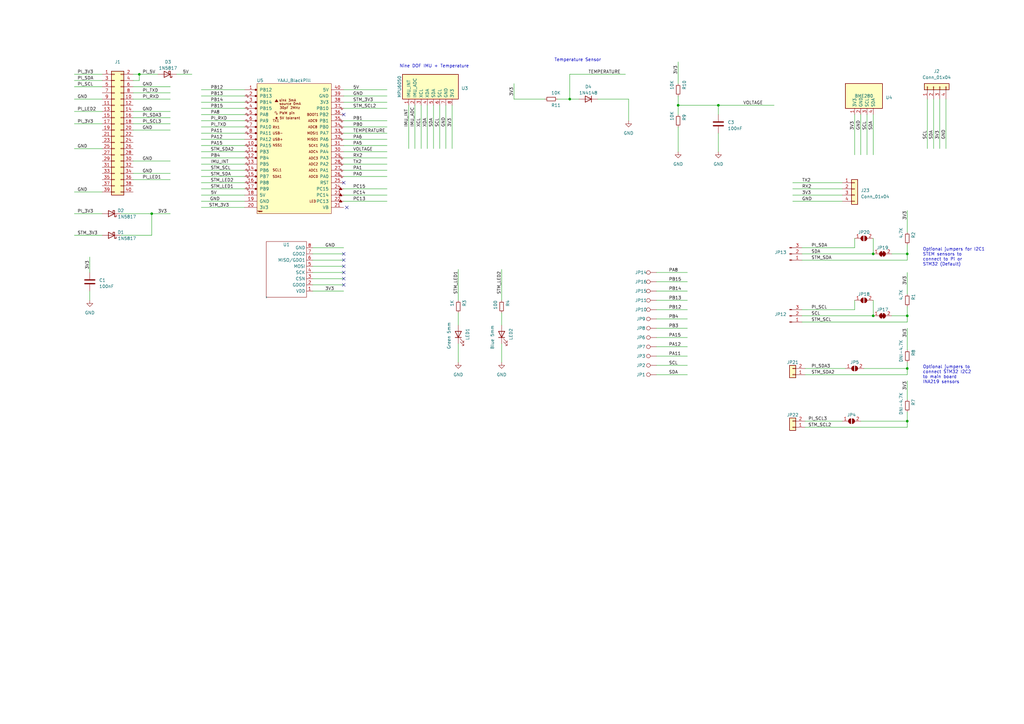
<source format=kicad_sch>
(kicad_sch (version 20230121) (generator eeschema)
  (paper "A3")
  (title_block (title "STEM Board") (date "2023-04-02") (rev "1.0") (company "NTUT"))
  (lib_symbols
    (symbol "AMSAT:CC1101"
      (property "Reference" "U" (at 1.27 1.27 0))
      (symbol "CC1101_1_1"
        (pin power_in line (at 2.54 -19.05 90) (length 2.54) (name "VDD") (number "1"))
        (pin output line (at 5.08 -19.05 90) (length 2.54) (name "GDO0") (number "2"))
        (pin input line (at 7.62 -19.05 90) (length 2.54) (name "CSN") (number "3"))
        (pin input line (at 10.16 -19.05 90) (length 2.54) (name "SCK") (number "4"))
        (pin input line (at 12.7 -19.05 90) (length 2.54) (name "MOSI") (number "5"))
        (pin output line (at 15.24 -19.05 90) (length 2.54) (name "MISO/GDO1") (number "6"))
        (pin output line (at 17.78 -19.05 90) (length 2.54) (name "GDO2") (number "7"))
        (pin power_in line (at 20.32 -19.05 90) (length 2.54) (name "GND") (number "8"))
      )
    )
    (symbol "Connector:Conn_01x03_Pin" (pin_names (offset 1.016) hide)
      (property "Reference" "J" (at 0 5.08 0))
      (property "Value" "Conn_01x03_Pin" (at 0 -5.08 0))
      (symbol "Conn_01x03_Pin_1_1"
        (pin passive line (at 5.08 2.54 180) (length 3.81) (name "Pin_1") (number "1"))
        (pin passive line (at 5.08 0 180) (length 3.81) (name "Pin_2") (number "2"))
        (pin passive line (at 5.08 -2.54 180) (length 3.81) (name "Pin_3") (number "3"))
      )
    )
    (symbol "Connector:TestPoint" (pin_numbers hide) (pin_names (offset 0.762) hide)
      (property "Reference" "TP" (at 0 6.858 0))
      (property "Value" "TestPoint" (at 0 5.08 0))
      (symbol "TestPoint_1_1"
        (pin passive line (at 0 0 90) (length 2.54) (name "1") (number "1"))
      )
    )
    (symbol "Connector_Generic:Conn_01x02" (pin_names (offset 1.016) hide)
      (property "Reference" "J" (at 0 2.54 0))
      (property "Value" "Conn_01x02" (at 0 -5.08 0))
      (symbol "Conn_01x02_1_1"
        (pin passive line (at -5.08 0 0) (length 3.81) (name "Pin_1") (number "1"))
        (pin passive line (at -5.08 -2.54 0) (length 3.81) (name "Pin_2") (number "2"))
      )
    )
    (symbol "Connector_Generic:Conn_01x04" (pin_names (offset 1.016) hide)
      (property "Reference" "J" (at 0 5.08 0))
      (property "Value" "Conn_01x04" (at 0 -7.62 0))
      (symbol "Conn_01x04_1_1"
        (pin passive line (at -5.08 2.54 0) (length 3.81) (name "Pin_1") (number "1"))
        (pin passive line (at -5.08 0 0) (length 3.81) (name "Pin_2") (number "2"))
        (pin passive line (at -5.08 -2.54 0) (length 3.81) (name "Pin_3") (number "3"))
        (pin passive line (at -5.08 -5.08 0) (length 3.81) (name "Pin_4") (number "4"))
      )
    )
    (symbol "Connector_Generic:Conn_02x20_Odd_Even" (pin_names (offset 1.016) hide)
      (property "Reference" "J" (at 1.27 25.4 0))
      (property "Value" "Conn_02x20_Odd_Even" (at 1.27 -27.94 0))
      (symbol "Conn_02x20_Odd_Even_1_1"
        (pin passive line (at -5.08 22.86 0) (length 3.81) (name "Pin_1") (number "1"))
        (pin passive line (at 7.62 12.7 180) (length 3.81) (name "Pin_10") (number "10"))
        (pin passive line (at -5.08 10.16 0) (length 3.81) (name "Pin_11") (number "11"))
        (pin passive line (at 7.62 10.16 180) (length 3.81) (name "Pin_12") (number "12"))
        (pin passive line (at -5.08 7.62 0) (length 3.81) (name "Pin_13") (number "13"))
        (pin passive line (at 7.62 7.62 180) (length 3.81) (name "Pin_14") (number "14"))
        (pin passive line (at -5.08 5.08 0) (length 3.81) (name "Pin_15") (number "15"))
        (pin passive line (at 7.62 5.08 180) (length 3.81) (name "Pin_16") (number "16"))
        (pin passive line (at -5.08 2.54 0) (length 3.81) (name "Pin_17") (number "17"))
        (pin passive line (at 7.62 2.54 180) (length 3.81) (name "Pin_18") (number "18"))
        (pin passive line (at -5.08 0 0) (length 3.81) (name "Pin_19") (number "19"))
        (pin passive line (at 7.62 22.86 180) (length 3.81) (name "Pin_2") (number "2"))
        (pin passive line (at 7.62 0 180) (length 3.81) (name "Pin_20") (number "20"))
        (pin passive line (at -5.08 -2.54 0) (length 3.81) (name "Pin_21") (number "21"))
        (pin passive line (at 7.62 -2.54 180) (length 3.81) (name "Pin_22") (number "22"))
        (pin passive line (at -5.08 -5.08 0) (length 3.81) (name "Pin_23") (number "23"))
        (pin passive line (at 7.62 -5.08 180) (length 3.81) (name "Pin_24") (number "24"))
        (pin passive line (at -5.08 -7.62 0) (length 3.81) (name "Pin_25") (number "25"))
        (pin passive line (at 7.62 -7.62 180) (length 3.81) (name "Pin_26") (number "26"))
        (pin passive line (at -5.08 -10.16 0) (length 3.81) (name "Pin_27") (number "27"))
        (pin passive line (at 7.62 -10.16 180) (length 3.81) (name "Pin_28") (number "28"))
        (pin passive line (at -5.08 -12.7 0) (length 3.81) (name "Pin_29") (number "29"))
        (pin passive line (at -5.08 20.32 0) (length 3.81) (name "Pin_3") (number "3"))
        (pin passive line (at 7.62 -12.7 180) (length 3.81) (name "Pin_30") (number "30"))
        (pin passive line (at -5.08 -15.24 0) (length 3.81) (name "Pin_31") (number "31"))
        (pin passive line (at 7.62 -15.24 180) (length 3.81) (name "Pin_32") (number "32"))
        (pin passive line (at -5.08 -17.78 0) (length 3.81) (name "Pin_33") (number "33"))
        (pin passive line (at 7.62 -17.78 180) (length 3.81) (name "Pin_34") (number "34"))
        (pin passive line (at -5.08 -20.32 0) (length 3.81) (name "Pin_35") (number "35"))
        (pin passive line (at 7.62 -20.32 180) (length 3.81) (name "Pin_36") (number "36"))
        (pin passive line (at -5.08 -22.86 0) (length 3.81) (name "Pin_37") (number "37"))
        (pin passive line (at 7.62 -22.86 180) (length 3.81) (name "Pin_38") (number "38"))
        (pin passive line (at -5.08 -25.4 0) (length 3.81) (name "Pin_39") (number "39"))
        (pin passive line (at 7.62 20.32 180) (length 3.81) (name "Pin_4") (number "4"))
        (pin passive line (at 7.62 -25.4 180) (length 3.81) (name "Pin_40") (number "40"))
        (pin passive line (at -5.08 17.78 0) (length 3.81) (name "Pin_5") (number "5"))
        (pin passive line (at 7.62 17.78 180) (length 3.81) (name "Pin_6") (number "6"))
        (pin passive line (at -5.08 15.24 0) (length 3.81) (name "Pin_7") (number "7"))
        (pin passive line (at 7.62 15.24 180) (length 3.81) (name "Pin_8") (number "8"))
        (pin passive line (at -5.08 12.7 0) (length 3.81) (name "Pin_9") (number "9"))
      )
    )
    (symbol "CubeSatSim_Library:BME280_Module"
      (property "Reference" "U" (at 0 6.35 0))
      (symbol "BME280_Module_1_1"
        (pin power_out line (at -3.81 -7.62 90) (length 2.54) (name "3V3") (number "1"))
        (pin power_in line (at -1.27 -7.62 90) (length 2.54) (name "GND") (number "2"))
        (pin bidirectional line (at 1.27 -7.62 90) (length 2.54) (name "SCL") (number "3"))
        (pin bidirectional line (at 3.81 -7.62 90) (length 2.54) (name "SDA") (number "4"))
      )
    )
    (symbol "CubeSatSim_Library:MPU6050_IMU"
      (property "Reference" "U?" (at -7.62 6.35 0))
      (symbol "MPU6050_IMU_1_1"
        (pin bidirectional line (at -8.89 -7.62 90) (length 2.54) (name "IMU_INT") (number "1"))
        (pin bidirectional line (at -6.35 -7.62 90) (length 2.54) (name "IMU_ADC") (number "2"))
        (pin bidirectional line (at -3.81 -7.62 90) (length 2.54) (name "XCL") (number "3"))
        (pin bidirectional line (at -1.27 -7.62 90) (length 2.54) (name "XDA") (number "4"))
        (pin bidirectional line (at 1.27 -7.62 90) (length 2.54) (name "SDA") (number "5"))
        (pin bidirectional line (at 3.81 -7.62 90) (length 2.54) (name "SCL") (number "6"))
        (pin power_in line (at 6.35 -7.62 90) (length 2.54) (name "GND") (number "7"))
        (pin power_out line (at 8.89 -7.62 90) (length 2.54) (name "3V3") (number "8"))
      )
    )
    (symbol "Device:C" (pin_numbers hide) (pin_names (offset 0.254))
      (property "Reference" "C" (at 0.635 2.54 0))
      (property "Value" "C" (at 0.635 -2.54 0))
      (symbol "C_1_1"
        (pin passive line (at 0 3.81 270) (length 2.794) (name "~") (number "1"))
        (pin passive line (at 0 -3.81 90) (length 2.794) (name "~") (number "2"))
      )
    )
    (symbol "Device:LED" (pin_numbers hide) (pin_names (offset 1.016) hide)
      (property "Reference" "D" (at 0 2.54 0))
      (property "Value" "LED" (at 0 -2.54 0))
      (symbol "LED_1_1"
        (pin passive line (at -3.81 0 0) (length 2.54) (name "K") (number "1"))
        (pin passive line (at 3.81 0 180) (length 2.54) (name "A") (number "2"))
      )
    )
    (symbol "Device:R_Small" (pin_numbers hide) (pin_names (offset 0.254) hide)
      (property "Reference" "R" (at 0.762 0.508 0))
      (property "Value" "R_Small" (at 0.762 -1.016 0))
      (symbol "R_Small_1_1"
        (pin passive line (at 0 2.54 270) (length 0.762) (name "~") (number "1"))
        (pin passive line (at 0 -2.54 90) (length 0.762) (name "~") (number "2"))
      )
    )
    (symbol "Diode:1N4148" (pin_numbers hide) (pin_names hide)
      (property "Reference" "D" (at 0 2.54 0))
      (property "Value" "1N4148" (at 0 -2.54 0))
      (symbol "1N4148_1_1"
        (pin passive line (at -3.81 0 0) (length 2.54) (name "K") (number "1"))
        (pin passive line (at 3.81 0 180) (length 2.54) (name "A") (number "2"))
      )
    )
    (symbol "Diode:1N5817" (pin_numbers hide) (pin_names (offset 1.016) hide)
      (property "Reference" "D" (at 0 2.54 0))
      (property "Value" "1N5817" (at 0 -2.54 0))
      (symbol "1N5817_1_1"
        (pin passive line (at -3.81 0 0) (length 2.54) (name "K") (number "1"))
        (pin passive line (at 3.81 0 180) (length 2.54) (name "A") (number "2"))
      )
    )
    (symbol "Jumper:SolderJumper_2_Bridged" (pin_names (offset 0) hide)
      (property "Reference" "JP" (at 0 2.032 0))
      (property "Value" "SolderJumper_2_Bridged" (at 0 -2.54 0))
      (symbol "SolderJumper_2_Bridged_1_1"
        (pin passive line (at -3.81 0 0) (length 2.54) (name "A") (number "1"))
        (pin passive line (at 3.81 0 180) (length 2.54) (name "B") (number "2"))
      )
    )
    (symbol "Jumper:SolderJumper_2_Open" (pin_names (offset 0) hide)
      (property "Reference" "JP" (at 0 2.032 0))
      (property "Value" "SolderJumper_2_Open" (at 0 -2.54 0))
      (symbol "SolderJumper_2_Open_1_1"
        (pin passive line (at -3.81 0 0) (length 2.54) (name "A") (number "1"))
        (pin passive line (at 3.81 0 180) (length 2.54) (name "B") (number "2"))
      )
    )
    (symbol "YAAJ_BlackPill:YAAJ_BlackPill" (pin_names (offset 1.016))
      (property "Reference" "U" (at -12.7 22.86 0))
      (property "Value" "YAAJ_BlackPill" (at 0 -5.08 90))
      (symbol "YAAJ_BlackPill_0_0"
        (text "30pF 2MHz" (at -1.778 10.414 0) (effects (font (size 0.9906 0.9906))))
        (text "5V tolerant" (at -1.778 6.223 0) (effects (font (size 0.9906 0.9906))))
        (text "ADC0" (at 7.874 -17.78 0) (effects (font (size 0.9906 0.9906))))
        (text "ADC1" (at 7.874 -15.24 0) (effects (font (size 0.9906 0.9906))))
        (text "ADC2" (at 7.874 -12.7 0) (effects (font (size 0.9906 0.9906))))
        (text "ADC3" (at 7.874 -10.287 0) (effects (font (size 0.9906 0.9906))))
        (text "ADC4" (at 7.874 -7.62 0) (effects (font (size 0.9906 0.9906))))
        (text "ADC8" (at 7.62 2.54 0) (effects (font (size 0.9906 0.9906))))
        (text "ADC9" (at 7.62 5.08 0) (effects (font (size 0.9906 0.9906))))
        (text "LED" (at 7.62 -27.94 0) (effects (font (size 0.9906 0.9906))))
        (text "MISO1" (at 7.62 -2.54 0) (effects (font (size 0.9906 0.9906))))
        (text "MOSI1" (at 7.62 0 0) (effects (font (size 0.9906 0.9906))))
        (text "NSS1" (at -6.858 -4.953 0) (effects (font (size 0.9906 0.9906))))
        (text "PWM pin" (at -2.921 8.255 0) (effects (font (size 0.9906 0.9906))))
        (text "RX1" (at -7.366 2.413 0) (effects (font (size 0.9906 0.9906))))
        (text "SCK1" (at 7.874 -5.08 0) (effects (font (size 0.9906 0.9906))))
        (text "SCL1" (at -6.985 -15.113 0) (effects (font (size 0.9906 0.9906))))
        (text "SDA1" (at -6.985 -17.78 0) (effects (font (size 0.9906 0.9906))))
        (text "sink 3mA" (at -2.667 13.462 0) (effects (font (size 0.9906 0.9906))))
        (text "source 0mA" (at -1.651 12.065 0) (effects (font (size 0.9906 0.9906))))
        (text "TX1" (at -7.493 5.08 0) (effects (font (size 0.9906 0.9906))))
        (text "USB+" (at -6.731 -2.54 0) (effects (font (size 0.9906 0.9906))))
        (text "USB-" (at -6.731 0 0) (effects (font (size 0.9906 0.9906))))
      )
      (symbol "YAAJ_BlackPill_1_0"
        (text "BOOT1" (at 7.62 7.62 0) (effects (font (size 0.9906 0.9906))))
        (text "Y@@J" (at -13.97 -31.75 0) (effects (font (size 0.508 0.508)) (justify top)))
      )
      (symbol "YAAJ_BlackPill_1_1"
        (pin bidirectional line (at -20.32 17.78 0) (length 5.08) (name "PB12") (number "1"))
        (pin bidirectional line (at -20.32 -5.08 0) (length 5.08) (name "PA15") (number "10"))
        (pin bidirectional line (at -20.32 -7.62 0) (length 5.08) (name "PB3") (number "11"))
        (pin bidirectional line (at -20.32 -10.16 0) (length 5.08) (name "PB4") (number "12"))
        (pin bidirectional line (at -20.32 -12.7 0) (length 5.08) (name "PB5") (number "13"))
        (pin bidirectional line (at -20.32 -15.24 0) (length 5.08) (name "PB6") (number "14"))
        (pin bidirectional line (at -20.32 -17.78 0) (length 5.08) (name "PB7") (number "15"))
        (pin bidirectional line (at -20.32 -20.32 0) (length 5.08) (name "PB8") (number "16"))
        (pin bidirectional line (at -20.32 -22.86 0) (length 5.08) (name "PB9") (number "17"))
        (pin power_in line (at -20.32 -25.4 0) (length 5.08) (name "5V") (number "18"))
        (pin power_in line (at -20.32 -27.94 0) (length 5.08) (name "GND") (number "19"))
        (pin bidirectional line (at -20.32 15.24 0) (length 5.08) (name "PB13") (number "2"))
        (pin power_in line (at -20.32 -30.48 0) (length 5.08) (name "3V3") (number "20"))
        (pin power_in line (at 20.32 -30.48 180) (length 5.08) (name "VB") (number "21"))
        (pin bidirectional line (at 20.32 -27.94 180) (length 5.08) (name "PC13") (number "22"))
        (pin bidirectional line (at 20.32 -25.4 180) (length 5.08) (name "PC14") (number "23"))
        (pin bidirectional line (at 20.32 -22.86 180) (length 5.08) (name "PC15") (number "24"))
        (pin input line (at 20.32 -20.32 180) (length 5.08) (name "RST") (number "25"))
        (pin bidirectional line (at 20.32 -17.78 180) (length 5.08) (name "PA0") (number "26"))
        (pin bidirectional line (at 20.32 -15.24 180) (length 5.08) (name "PA1") (number "27"))
        (pin bidirectional line (at 20.32 -12.7 180) (length 5.08) (name "PA2") (number "28"))
        (pin bidirectional line (at 20.32 -10.16 180) (length 5.08) (name "PA3") (number "29"))
        (pin bidirectional line (at -20.32 12.7 0) (length 5.08) (name "PB14") (number "3"))
        (pin bidirectional line (at 20.32 -7.62 180) (length 5.08) (name "PA4") (number "30"))
        (pin bidirectional line (at 20.32 -5.08 180) (length 5.08) (name "PA5") (number "31"))
        (pin bidirectional line (at 20.32 -2.54 180) (length 5.08) (name "PA6") (number "32"))
        (pin bidirectional line (at 20.32 0 180) (length 5.08) (name "PA7") (number "33"))
        (pin bidirectional line (at 20.32 2.54 180) (length 5.08) (name "PB0") (number "34"))
        (pin bidirectional line (at 20.32 5.08 180) (length 5.08) (name "PB1") (number "35"))
        (pin bidirectional line (at 20.32 7.62 180) (length 5.08) (name "PB2") (number "36"))
        (pin bidirectional line (at 20.32 10.16 180) (length 5.08) (name "PB10") (number "37"))
        (pin power_in line (at 20.32 12.7 180) (length 5.08) (name "3V3") (number "38"))
        (pin power_in line (at 20.32 15.24 180) (length 5.08) (name "GND") (number "39"))
        (pin bidirectional line (at -20.32 10.16 0) (length 5.08) (name "PB15") (number "4"))
        (pin power_in line (at 20.32 17.78 180) (length 5.08) (name "5V") (number "40"))
        (pin bidirectional line (at -20.32 7.62 0) (length 5.08) (name "PA8") (number "5"))
        (pin bidirectional line (at -20.32 5.08 0) (length 5.08) (name "PA9") (number "6"))
        (pin bidirectional line (at -20.32 2.54 0) (length 5.08) (name "PA10") (number "7"))
        (pin bidirectional line (at -20.32 0 0) (length 5.08) (name "PA11") (number "8"))
        (pin bidirectional line (at -20.32 -2.54 0) (length 5.08) (name "PA12") (number "9"))
      )
    )
    (symbol "power:GND" (power) (pin_names (offset 0))
      (property "Value" "GND" (at 0 -3.81 0))
      (symbol "GND_1_1"
        (pin power_in line (at 0 0 270) (length 0) hide (name "GND") (number "1"))
      )
    )
  )
  (junction (at 372.11 129.54))
  (junction (at 294.64 43.18))
  (junction (at 358.14 104.14))
  (junction (at 372.11 172.72))
  (junction (at 372.11 151.13))
  (junction (at 278.13 43.18))
  (junction (at 372.11 104.14))
  (junction (at 57.15 30.48))
  (junction (at 233.68 40.64))
  (junction (at 358.14 129.54))
  (junction (at 62.23 87.63))
  (no_connect (at 140.97 116.84))
  (no_connect (at 140.97 109.22))
  (no_connect (at 140.97 111.76))
  (no_connect (at 140.97 106.68))
  (no_connect (at 142.24 85.09))
  (no_connect (at 140.97 74.93))
  (no_connect (at 140.97 104.14))
  (no_connect (at 140.97 46.99))
  (no_connect (at 140.97 114.3))
  (wire (pts (xy 269.24 149.86) (xy 281.94 149.86)))
  (wire (pts (xy 372.11 125.73) (xy 372.11 129.54)))
  (wire (pts (xy 54.61 53.34) (xy 69.85 53.34)))
  (wire (pts (xy 372.11 100.33) (xy 372.11 104.14)))
  (wire (pts (xy 372.11 132.08) (xy 372.11 129.54)))
  (wire (pts (xy 54.61 38.1) (xy 69.85 38.1)))
  (wire (pts (xy 233.68 40.64) (xy 233.68 30.48)))
  (wire (pts (xy 358.14 46.99) (xy 358.14 63.5)))
  (wire (pts (xy 128.27 104.14) (xy 140.97 104.14)))
  (wire (pts (xy 269.24 134.62) (xy 281.94 134.62)))
  (wire (pts (xy 54.61 73.66) (xy 69.85 73.66)))
  (wire (pts (xy 269.24 119.38) (xy 281.94 119.38)))
  (wire (pts (xy 30.48 50.8) (xy 41.91 50.8)))
  (wire (pts (xy 54.61 33.02) (xy 57.15 33.02)))
  (wire (pts (xy 205.74 140.97) (xy 205.74 148.59)))
  (wire (pts (xy 140.97 72.39) (xy 158.75 72.39)))
  (wire (pts (xy 294.64 54.61) (xy 294.64 62.23)))
  (wire (pts (xy 36.83 119.38) (xy 36.83 123.19)))
  (wire (pts (xy 330.2 151.13) (xy 346.71 151.13)))
  (wire (pts (xy 82.55 52.07) (xy 100.33 52.07)))
  (wire (pts (xy 82.55 85.09) (xy 100.33 85.09)))
  (wire (pts (xy 140.97 69.85) (xy 158.75 69.85)))
  (wire (pts (xy 245.11 40.64) (xy 257.81 40.64)))
  (wire (pts (xy 233.68 40.64) (xy 237.49 40.64)))
  (wire (pts (xy 128.27 101.6) (xy 140.97 101.6)))
  (wire (pts (xy 325.12 80.01) (xy 345.44 80.01)))
  (wire (pts (xy 223.52 40.64) (xy 210.82 40.64)))
  (wire (pts (xy 328.93 101.6) (xy 350.52 101.6)))
  (wire (pts (xy 354.33 151.13) (xy 372.11 151.13)))
  (wire (pts (xy 269.24 115.57) (xy 281.94 115.57)))
  (wire (pts (xy 372.11 86.36) (xy 372.11 95.25)))
  (wire (pts (xy 358.14 123.19) (xy 358.14 129.54)))
  (wire (pts (xy 382.905 60.96) (xy 382.905 40.64)))
  (wire (pts (xy 82.55 36.83) (xy 100.33 36.83)))
  (wire (pts (xy 269.24 146.05) (xy 281.94 146.05)))
  (wire (pts (xy 140.97 80.01) (xy 158.75 80.01)))
  (wire (pts (xy 269.24 142.24) (xy 281.94 142.24)))
  (wire (pts (xy 175.26 43.18) (xy 175.26 60.96)))
  (wire (pts (xy 140.97 54.61) (xy 158.75 54.61)))
  (wire (pts (xy 140.97 77.47) (xy 158.75 77.47)))
  (wire (pts (xy 82.55 72.39) (xy 100.33 72.39)))
  (wire (pts (xy 278.13 52.07) (xy 278.13 62.23)))
  (wire (pts (xy 54.61 71.12) (xy 69.85 71.12)))
  (wire (pts (xy 328.93 127) (xy 350.52 127)))
  (wire (pts (xy 269.24 127) (xy 281.94 127)))
  (wire (pts (xy 54.61 48.26) (xy 69.85 48.26)))
  (wire (pts (xy 177.8 43.18) (xy 177.8 60.96)))
  (wire (pts (xy 140.97 67.31) (xy 158.75 67.31)))
  (wire (pts (xy 140.97 39.37) (xy 158.75 39.37)))
  (wire (pts (xy 128.27 116.84) (xy 140.97 116.84)))
  (wire (pts (xy 182.88 43.18) (xy 182.88 60.96)))
  (wire (pts (xy 353.06 172.72) (xy 372.11 172.72)))
  (wire (pts (xy 82.55 39.37) (xy 100.33 39.37)))
  (wire (pts (xy 294.64 46.99) (xy 294.64 43.18)))
  (wire (pts (xy 140.97 64.77) (xy 158.75 64.77)))
  (wire (pts (xy 380.365 60.96) (xy 380.365 40.64)))
  (wire (pts (xy 128.27 119.38) (xy 140.97 119.38)))
  (wire (pts (xy 365.76 104.14) (xy 372.11 104.14)))
  (wire (pts (xy 30.48 33.02) (xy 41.91 33.02)))
  (wire (pts (xy 82.55 46.99) (xy 100.33 46.99)))
  (wire (pts (xy 372.11 148.59) (xy 372.11 151.13)))
  (wire (pts (xy 372.11 175.26) (xy 372.11 172.72)))
  (wire (pts (xy 128.27 106.68) (xy 140.97 106.68)))
  (wire (pts (xy 82.55 80.01) (xy 100.33 80.01)))
  (wire (pts (xy 82.55 54.61) (xy 100.33 54.61)))
  (wire (pts (xy 82.55 77.47) (xy 100.33 77.47)))
  (wire (pts (xy 140.97 52.07) (xy 158.75 52.07)))
  (wire (pts (xy 372.11 172.72) (xy 372.11 168.91)))
  (wire (pts (xy 353.06 46.99) (xy 353.06 63.5)))
  (wire (pts (xy 49.53 96.52) (xy 62.23 96.52)))
  (wire (pts (xy 82.55 67.31) (xy 100.33 67.31)))
  (wire (pts (xy 30.48 35.56) (xy 41.91 35.56)))
  (wire (pts (xy 140.97 44.45) (xy 158.75 44.45)))
  (wire (pts (xy 372.11 153.67) (xy 372.11 151.13)))
  (wire (pts (xy 330.2 153.67) (xy 372.11 153.67)))
  (wire (pts (xy 62.23 87.63) (xy 69.85 87.63)))
  (wire (pts (xy 294.64 43.18) (xy 317.5 43.18)))
  (wire (pts (xy 325.12 74.93) (xy 345.44 74.93)))
  (wire (pts (xy 140.97 36.83) (xy 158.75 36.83)))
  (wire (pts (xy 330.2 175.26) (xy 372.11 175.26)))
  (wire (pts (xy 30.48 30.48) (xy 41.91 30.48)))
  (wire (pts (xy 82.55 69.85) (xy 100.33 69.85)))
  (wire (pts (xy 140.97 41.91) (xy 158.75 41.91)))
  (wire (pts (xy 54.61 40.64) (xy 69.85 40.64)))
  (wire (pts (xy 30.48 96.52) (xy 41.91 96.52)))
  (wire (pts (xy 385.445 60.96) (xy 385.445 40.64)))
  (wire (pts (xy 328.93 132.08) (xy 372.11 132.08)))
  (wire (pts (xy 350.52 97.79) (xy 350.52 101.6)))
  (wire (pts (xy 269.24 130.81) (xy 281.94 130.81)))
  (wire (pts (xy 187.96 128.27) (xy 187.96 133.35)))
  (wire (pts (xy 36.83 105.41) (xy 36.83 111.76)))
  (wire (pts (xy 350.52 46.99) (xy 350.52 63.5)))
  (wire (pts (xy 205.74 128.27) (xy 205.74 133.35)))
  (wire (pts (xy 54.61 50.8) (xy 69.85 50.8)))
  (wire (pts (xy 372.11 106.68) (xy 372.11 104.14)))
  (wire (pts (xy 328.93 106.68) (xy 372.11 106.68)))
  (wire (pts (xy 82.55 49.53) (xy 100.33 49.53)))
  (wire (pts (xy 372.11 111.76) (xy 372.11 120.65)))
  (wire (pts (xy 82.55 57.15) (xy 100.33 57.15)))
  (wire (pts (xy 128.27 111.76) (xy 140.97 111.76)))
  (wire (pts (xy 187.96 110.49) (xy 187.96 123.19)))
  (wire (pts (xy 372.11 156.21) (xy 372.11 163.83)))
  (wire (pts (xy 278.13 43.18) (xy 278.13 46.99)))
  (wire (pts (xy 228.6 40.64) (xy 233.68 40.64)))
  (wire (pts (xy 82.55 62.23) (xy 100.33 62.23)))
  (wire (pts (xy 30.48 60.96) (xy 41.91 60.96)))
  (wire (pts (xy 355.6 46.99) (xy 355.6 63.5)))
  (wire (pts (xy 187.96 140.97) (xy 187.96 148.59)))
  (wire (pts (xy 325.12 77.47) (xy 345.44 77.47)))
  (wire (pts (xy 180.34 43.18) (xy 180.34 60.96)))
  (wire (pts (xy 269.24 123.19) (xy 281.94 123.19)))
  (wire (pts (xy 54.61 35.56) (xy 69.85 35.56)))
  (wire (pts (xy 30.48 45.72) (xy 41.91 45.72)))
  (wire (pts (xy 294.64 43.18) (xy 278.13 43.18)))
  (wire (pts (xy 278.13 39.37) (xy 278.13 43.18)))
  (wire (pts (xy 57.15 30.48) (xy 57.15 33.02)))
  (wire (pts (xy 210.82 34.29) (xy 210.82 40.64)))
  (wire (pts (xy 140.97 62.23) (xy 158.75 62.23)))
  (wire (pts (xy 62.23 96.52) (xy 62.23 87.63)))
  (wire (pts (xy 54.61 66.04) (xy 69.85 66.04)))
  (wire (pts (xy 205.74 110.49) (xy 205.74 123.19)))
  (wire (pts (xy 278.13 25.4) (xy 278.13 34.29)))
  (wire (pts (xy 82.55 41.91) (xy 100.33 41.91)))
  (wire (pts (xy 49.53 87.63) (xy 62.23 87.63)))
  (wire (pts (xy 328.93 104.14) (xy 358.14 104.14)))
  (wire (pts (xy 269.24 111.76) (xy 281.94 111.76)))
  (wire (pts (xy 172.72 43.18) (xy 172.72 60.96)))
  (wire (pts (xy 140.97 57.15) (xy 158.75 57.15)))
  (wire (pts (xy 54.61 30.48) (xy 57.15 30.48)))
  (wire (pts (xy 30.48 40.64) (xy 41.91 40.64)))
  (wire (pts (xy 269.24 153.67) (xy 281.94 153.67)))
  (wire (pts (xy 330.2 172.72) (xy 345.44 172.72)))
  (wire (pts (xy 365.76 129.54) (xy 372.11 129.54)))
  (wire (pts (xy 185.42 43.18) (xy 185.42 60.96)))
  (wire (pts (xy 82.55 59.69) (xy 100.33 59.69)))
  (wire (pts (xy 82.55 82.55) (xy 100.33 82.55)))
  (wire (pts (xy 128.27 109.22) (xy 140.97 109.22)))
  (wire (pts (xy 358.14 97.79) (xy 358.14 104.14)))
  (wire (pts (xy 140.97 82.55) (xy 158.75 82.55)))
  (wire (pts (xy 57.15 30.48) (xy 64.77 30.48)))
  (wire (pts (xy 350.52 123.19) (xy 350.52 127)))
  (wire (pts (xy 82.55 44.45) (xy 100.33 44.45)))
  (wire (pts (xy 140.97 59.69) (xy 158.75 59.69)))
  (wire (pts (xy 328.93 129.54) (xy 358.14 129.54)))
  (wire (pts (xy 72.39 30.48) (xy 78.74 30.48)))
  (wire (pts (xy 170.18 43.18) (xy 170.18 60.96)))
  (wire (pts (xy 30.48 87.63) (xy 41.91 87.63)))
  (wire (pts (xy 140.97 49.53) (xy 158.75 49.53)))
  (wire (pts (xy 82.55 74.93) (xy 100.33 74.93)))
  (wire (pts (xy 387.985 60.96) (xy 387.985 40.64)))
  (wire (pts (xy 54.61 45.72) (xy 69.85 45.72)))
  (wire (pts (xy 325.12 82.55) (xy 345.44 82.55)))
  (wire (pts (xy 233.68 30.48) (xy 256.54 30.48)))
  (wire (pts (xy 128.27 114.3) (xy 140.97 114.3)))
  (wire (pts (xy 269.24 138.43) (xy 281.94 138.43)))
  (wire (pts (xy 167.64 43.18) (xy 167.64 60.96)))
  (wire (pts (xy 257.81 40.64) (xy 257.81 49.53)))
  (wire (pts (xy 82.55 64.77) (xy 100.33 64.77)))
  (wire (pts (xy 372.11 134.62) (xy 372.11 143.51)))
  (wire (pts (xy 30.48 78.74) (xy 41.91 78.74)))
  (text "Temperature Sensor" (at 227.33 25.4 0) (effects (font (size 1.27 1.27)) (justify left bottom)))
  (text "Optional jumpers to\nconnect STM32 I2C2\nto main board \nINA219 sensors" (at 378.46 157.48 0) (effects (font (size 1.27 1.27)) (justify left bottom)))
  (text "Optional jumpers for I2C1\nSTEM sensors to\nconnect to Pi or\nSTM32 (Default)" (at 378.46 109.22 0) (effects (font (size 1.27 1.27)) (justify left bottom)))
  (text "Nine DOF IMU + Temperature" (at 163.83 27.94 0) (effects (font (size 1.27 1.27)) (justify left bottom)))
  (label "PA11" (at 274.32 146.05 0))
  (label "PB4" (at 86.36 64.77 0))
  (label "PB12" (at 86.36 36.83 0))
  (label "TEMPERATURE" (at 144.78 54.61 0))
  (label "STM_LED2" (at 205.74 120.65 90))
  (label "PA0" (at 144.78 72.39 0))
  (label "GND" (at 387.985 57.15 90))
  (label "5V" (at 147.32 36.83 180))
  (label "STM_SCL" (at 86.36 69.85 0))
  (label "5V" (at 88.9 80.01 180))
  (label "PI_3V3" (at 31.75 87.63 0))
  (label "PI_5V" (at 58.42 30.48 0))
  (label "PB15" (at 86.36 44.45 0))
  (label "SDA" (at 177.8 52.07 90))
  (label "GND" (at 328.93 82.55 0))
  (label "PI_3V3" (at 31.75 50.8 0))
  (label "PA1" (at 144.78 69.85 0))
  (label "3V3" (at 278.13 30.48 90))
  (label "TEMPERATURE" (at 241.3 30.48 0))
  (label "STM_SCL2" (at 144.78 44.45 0))
  (label "PB13" (at 86.36 39.37 0))
  (label "SCL" (at 274.32 149.86 0))
  (label "GND" (at 182.88 52.07 90))
  (label "SCL" (at 355.6 53.34 90))
  (label "PA12" (at 86.36 57.15 0))
  (label "PI_TXD" (at 86.36 52.07 0))
  (label "GND" (at 58.42 53.34 0))
  (label "STM_LED1" (at 86.36 77.47 0))
  (label "PA6" (at 144.78 57.15 0))
  (label "STM_SCL" (at 332.74 132.08 0))
  (label "PI_SDA3" (at 332.74 151.13 0))
  (label "PI_RXD" (at 58.42 40.64 0))
  (label "SDA" (at 274.32 153.67 0))
  (label "STM_SDA" (at 332.74 106.68 0))
  (label "3V3" (at 372.11 160.02 90))
  (label "3V3" (at 385.445 57.15 90))
  (label "IMU_INT" (at 167.64 52.07 90))
  (label "3V3" (at 372.11 138.43 90))
  (label "3V3" (at 372.11 90.17 90))
  (label "PA8" (at 274.32 111.76 0))
  (label "PI_SCL3" (at 331.47 172.72 0))
  (label "RX2" (at 144.78 64.77 0))
  (label "STM_3V3" (at 31.75 96.52 0))
  (label "PI_SCL" (at 332.74 127 0))
  (label "PC13" (at 144.78 82.55 0))
  (label "PA15" (at 274.32 138.43 0))
  (label "SCL" (at 180.34 52.07 90))
  (label "PB0" (at 144.78 52.07 0))
  (label "VOLTAGE" (at 144.78 62.23 0))
  (label "STM_SDA2" (at 86.36 62.23 0))
  (label "IMU_INT" (at 86.36 67.31 0))
  (label "GND" (at 353.06 53.34 90))
  (label "3V3" (at 36.83 110.49 90))
  (label "STM_3V3" (at 144.78 41.91 0))
  (label "XCL" (at 172.72 52.07 90))
  (label "3V3" (at 133.35 119.38 0))
  (label "STM_SDA2" (at 332.74 153.67 0))
  (label "PA8" (at 86.36 46.99 0))
  (label "GND" (at 133.35 101.6 0))
  (label "PB13" (at 274.32 123.19 0))
  (label "PI_SCL" (at 31.75 35.56 0))
  (label "PI_3V3" (at 31.75 30.48 0))
  (label "GND" (at 31.75 40.64 0))
  (label "GND" (at 144.78 39.37 0))
  (label "TX2" (at 144.78 67.31 0))
  (label "PB1" (at 144.78 49.53 0))
  (label "PI_LED2" (at 31.75 45.72 0))
  (label "PA5" (at 144.78 59.69 0))
  (label "RX2" (at 328.93 77.47 0))
  (label "STM_LED1" (at 187.96 120.65 90))
  (label "VOLTAGE" (at 304.8 43.18 0))
  (label "SDA" (at 332.74 104.14 0))
  (label "PA15" (at 86.36 59.69 0))
  (label "XDA" (at 175.26 52.07 90))
  (label "PC15" (at 144.78 77.47 0))
  (label "PB15" (at 274.32 115.57 0))
  (label "STM_SCL2" (at 331.47 175.26 0))
  (label "3V3" (at 185.42 52.07 90))
  (label "PB14" (at 274.32 119.38 0))
  (label "3V3" (at 210.82 39.37 90))
  (label "GND" (at 58.42 71.12 0))
  (label "PI_SDA" (at 332.74 101.6 0))
  (label "STM_SDA" (at 86.36 72.39 0))
  (label "GND" (at 90.17 82.55 180))
  (label "SCL" (at 380.365 57.15 90))
  (label "SDA" (at 358.14 53.34 90))
  (label "PI_LED1" (at 58.42 73.66 0))
  (label "SCL" (at 332.74 129.54 0))
  (label "PI_SDA3" (at 58.42 48.26 0))
  (label "GND" (at 31.75 78.74 0))
  (label "3V3" (at 64.77 87.63 0))
  (label "PI_SCL3" (at 58.42 50.8 0))
  (label "5V" (at 74.93 30.48 0))
  (label "PC14" (at 144.78 80.01 0))
  (label "PB14" (at 86.36 41.91 0))
  (label "PA11" (at 86.36 54.61 0))
  (label "PB3" (at 274.32 134.62 0))
  (label "PI_TXD" (at 58.42 38.1 0))
  (label "3V3" (at 350.52 53.34 90))
  (label "GND" (at 58.42 66.04 0))
  (label "SDA" (at 382.905 57.15 90))
  (label "PB12" (at 274.32 127 0))
  (label "PA12" (at 274.32 142.24 0))
  (label "PB4" (at 274.32 130.81 0))
  (label "GND" (at 58.42 35.56 0))
  (label "STM_3V3" (at 93.98 85.09 180))
  (label "GND" (at 31.75 60.96 0))
  (label "PI_SDA" (at 31.75 33.02 0))
  (label "IMU_ADC" (at 170.18 52.07 90))
  (label "3V3" (at 372.11 116.84 90))
  (label "PI_RXD" (at 86.36 49.53 0))
  (label "STM_LED2" (at 86.36 74.93 0))
  (label "TX2" (at 328.93 74.93 0))
  (label "3V3" (at 328.93 80.01 0))
  (label "GND" (at 58.42 45.72 0))
  (symbol (lib_id "Connector_Generic:Conn_01x02") (at 325.12 175.26 180) (unit 1)
    (property "Reference" "JP22" (at 325.12 170.18 0))
    (property "Value" "Conn_01x02" (effects hide))
    (property "Footprint" "Connector_PinHeader_2.54mm:PinHeader_1x02_P2.54mm_Vertical" (effects hide))
  )
  (symbol (lib_id "Jumper:SolderJumper_2_Open") (at 350.52 151.13 0) (unit 1)
    (property "Reference" "JP5" (at 350.52 148.59 0))
    (property "Value" "SolderJumper_2_Open" (effects hide))
    (property "Footprint" "Jumper:SolderJumper-2_P1.3mm_Open_Pad1.0x1.5mm" (effects hide))
  )
  (symbol (lib_id "Diode:1N5817") (at 45.72 87.63 180) (unit 1)
    (property "Reference" "D2" (at 49.53 86.36 0))
    (property "Value" "1N5817" (at 52.07 88.9 0))
    (property "Footprint" "Library:1N5817_TH_100mil" (effects hide))
    (property "Datasheet" "http://www.vishay.com/docs/88525/1n5817.pdf" (effects hide))
  )
  (symbol (lib_id "Connector:Conn_01x03_Pin") (at 323.85 104.14 0) (mirror x) (unit 1)
    (property "Reference" "JP13" (at 322.58 103.505 0) (effects (justify right)))
    (property "Value" "Conn_01x03_Pin" (effects hide))
    (property "Footprint" "Connector_PinHeader_2.54mm:PinHeader_1x03_P2.54mm_Vertical" (effects hide))
  )
  (symbol (lib_id "Connector_Generic:Conn_01x04") (at 350.52 77.47 0) (unit 1)
    (property "Reference" "J23" (at 353.06 78.105 0) (effects (justify left)))
    (property "Value" "Conn_01x04" (at 353.06 80.645 0) (effects (justify left)))
    (property "Footprint" "Connector_PinHeader_2.54mm:PinHeader_1x04_P2.54mm_Vertical" (effects hide))
  )
  (symbol (lib_id "power:GND") (at 257.81 49.53 0) (unit 1)
    (property "Reference" "#PWR08" (effects hide))
    (property "Value" "GND" (at 257.81 54.61 0))
  )
  (symbol (lib_id "CubeSatSim_Library:BME280_Module") (at 354.33 39.37 0) (unit 1)
    (property "Reference" "U4" (at 363.22 40.005 0) (effects (justify left)))
    (property "Value" "BME280" (at 354.33 39.37 0))
    (property "Footprint" "Library:BME280_Module" (effects hide))
  )
  (symbol (lib_id "Jumper:SolderJumper_2_Bridged") (at 361.95 104.14 0) (unit 1)
    (property "Reference" "JP19" (at 361.95 101.6 0))
    (property "Value" "SolderJumper_2_Bridged" (effects hide))
    (property "Footprint" "Jumper:SolderJumper-2_P1.3mm_Bridged_Pad1.0x1.5mm" (effects hide))
  )
  (symbol (lib_id "Device:R_Small") (at 205.74 125.73 0) (unit 1)
    (property "Reference" "R4" (at 208.28 125.73 90) (effects (justify left)))
    (property "Value" "100" (at 203.2 127 90) (effects (justify left)))
    (property "Footprint" "Library:R_TH_V_2.54" (effects hide))
  )
  (symbol (lib_id "Connector:TestPoint") (at 269.24 149.86 90) (unit 1)
    (property "Reference" "JP2" (at 262.89 149.86 90))
    (property "Value" "TestPoint" (effects hide))
    (property "Footprint" "Library:Test_Point_Vertical_S" (effects hide))
  )
  (symbol (lib_id "Device:R_Small") (at 372.11 97.79 0) (unit 1)
    (property "Reference" "R2" (at 374.65 97.79 90) (effects (justify left)))
    (property "Value" "4.7K" (at 369.57 97.79 90) (effects (justify left)))
    (property "Footprint" "Library:R_TH_V_2.54" (effects hide))
  )
  (symbol (lib_id "Connector:TestPoint") (at 269.24 123.19 90) (unit 1)
    (property "Reference" "JP11" (at 262.89 123.19 90))
    (property "Value" "TestPoint" (effects hide))
    (property "Footprint" "Library:Test_Point_Vertical_S" (effects hide))
  )
  (symbol (lib_id "YAAJ_BlackPill:YAAJ_BlackPill") (at 120.65 54.61 0) (unit 1)
    (property "Reference" "U5" (at 106.68 33.02 0))
    (property "Value" "YAAJ_BlackPill" (at 120.65 33.02 0))
    (property "Footprint" "YAAJ_Black_Pill:YAAJ_BlackPill_2" (effects hide))
  )
  (symbol (lib_id "Connector:TestPoint") (at 269.24 130.81 90) (unit 1)
    (property "Reference" "JP9" (at 262.89 130.81 90))
    (property "Value" "TestPoint" (effects hide))
    (property "Footprint" "Library:Test_Point_Vertical_S" (effects hide))
  )
  (symbol (lib_id "Connector_Generic:Conn_02x20_Odd_Even") (at 46.99 53.34 0) (unit 1)
    (property "Reference" "J1" (at 48.26 25.4 0))
    (property "Value" "Conn_02x20_Odd_Even" (effects hide))
    (property "Footprint" "Connector_PinHeader_2.54mm:PinHeader_2x20_P2.54mm_Vertical" (effects hide))
  )
  (symbol (lib_id "Connector:TestPoint") (at 269.24 111.76 90) (unit 1)
    (property "Reference" "JP14" (at 262.89 111.76 90))
    (property "Value" "TestPoint" (effects hide))
    (property "Footprint" "Library:Test_Point_Vertical_S" (effects hide))
  )
  (symbol (lib_id "Connector:TestPoint") (at 269.24 146.05 90) (unit 1)
    (property "Reference" "JP3" (at 262.89 146.05 90))
    (property "Value" "TestPoint" (effects hide))
    (property "Footprint" "Library:Test_Point_Vertical_S" (effects hide))
  )
  (symbol (lib_id "CubeSatSim_Library:MPU6050_IMU") (at 176.53 35.56 0) (unit 1)
    (property "Reference" "U3" (at 189.23 36.195 0) (effects (justify left)))
    (property "Value" "MPU6050" (at 163.83 35.56 90))
    (property "Footprint" "Library:MPU6050_IMU_Module" (effects hide))
  )
  (symbol (lib_id "Device:R_Small") (at 372.11 166.37 0) (unit 1)
    (property "Reference" "R7" (at 374.65 166.37 90) (effects (justify left)))
    (property "Value" "DNI-4.7K" (at 369.57 170.18 90) (effects (justify left)))
    (property "Footprint" "Library:R_TH_V_2.54" (effects hide))
  )
  (symbol (lib_id "Connector:Conn_01x03_Pin") (at 323.85 129.54 0) (mirror x) (unit 1)
    (property "Reference" "JP12" (at 322.58 128.905 0) (effects (justify right)))
    (property "Value" "Conn_01x03_Pin" (effects hide))
    (property "Footprint" "Connector_PinHeader_2.54mm:PinHeader_1x03_P2.54mm_Vertical" (effects hide))
  )
  (symbol (lib_id "Connector:TestPoint") (at 269.24 142.24 90) (unit 1)
    (property "Reference" "JP7" (at 262.89 142.24 90))
    (property "Value" "TestPoint" (effects hide))
    (property "Footprint" "Library:Test_Point_Vertical_S" (effects hide))
  )
  (symbol (lib_id "Connector_Generic:Conn_01x04") (at 382.905 35.56 90) (unit 1)
    (property "Reference" "J2" (at 384.175 29.21 90))
    (property "Value" "Conn_01x04" (at 384.175 31.75 90))
    (property "Footprint" "Connector_PinHeader_2.54mm:PinHeader_1x04_P2.54mm_Vertical" (effects hide))
  )
  (symbol (lib_id "Connector:TestPoint") (at 269.24 134.62 90) (unit 1)
    (property "Reference" "JP8" (at 262.89 134.62 90))
    (property "Value" "TestPoint" (effects hide))
    (property "Footprint" "Library:Test_Point_Vertical_S" (effects hide))
  )
  (symbol (lib_id "Diode:1N5817") (at 45.72 96.52 180) (unit 1)
    (property "Reference" "D1" (at 49.53 95.25 0))
    (property "Value" "1N5817" (at 52.07 97.79 0))
    (property "Footprint" "Library:1N5817_TH_100mil" (effects hide))
    (property "Datasheet" "http://www.vishay.com/docs/88525/1n5817.pdf" (effects hide))
  )
  (symbol (lib_id "Jumper:SolderJumper_2_Bridged") (at 361.95 129.54 0) (unit 1)
    (property "Reference" "JP17" (at 361.95 127 0))
    (property "Value" "SolderJumper_2_Bridged" (effects hide))
    (property "Footprint" "Jumper:SolderJumper-2_P1.3mm_Bridged_Pad1.0x1.5mm" (effects hide))
  )
  (symbol (lib_id "Connector:TestPoint") (at 269.24 153.67 90) (unit 1)
    (property "Reference" "JP1" (at 262.89 153.67 90))
    (property "Value" "TestPoint" (effects hide))
    (property "Footprint" "Library:Test_Point_Vertical_S" (effects hide))
  )
  (symbol (lib_id "Device:R_Small") (at 372.11 146.05 0) (unit 1)
    (property "Reference" "R8" (at 374.65 146.05 90) (effects (justify left)))
    (property "Value" "DNI-4.7K" (at 369.57 148.59 90) (effects (justify left)))
    (property "Footprint" "Library:R_TH_V_2.54" (effects hide))
  )
  (symbol (lib_id "power:GND") (at 205.74 148.59 0) (unit 1)
    (property "Reference" "#PWR06" (effects hide))
    (property "Value" "GND" (at 205.74 153.67 0))
  )
  (symbol (lib_id "Connector:TestPoint") (at 269.24 119.38 90) (unit 1)
    (property "Reference" "JP15" (at 262.89 119.38 90))
    (property "Value" "TestPoint" (effects hide))
    (property "Footprint" "Library:Test_Point_Vertical_S" (effects hide))
  )
  (symbol (lib_id "Device:C") (at 36.83 115.57 0) (unit 1)
    (property "Reference" "C1" (at 40.64 114.935 0) (effects (justify left)))
    (property "Value" "100nF" (at 40.64 117.475 0) (effects (justify left)))
    (property "Footprint" "Library:C_Disc_TH_D5.0mm_W2.5mm_P2.50mm_S" (effects hide))
  )
  (symbol (lib_id "Jumper:SolderJumper_2_Open") (at 354.33 123.19 0) (unit 1)
    (property "Reference" "JP18" (at 354.33 120.65 0))
    (property "Value" "SolderJumper_2_Open" (effects hide))
    (property "Footprint" "Jumper:SolderJumper-2_P1.3mm_Open_Pad1.0x1.5mm" (effects hide))
  )
  (symbol (lib_id "Diode:1N4148") (at 241.3 40.64 180) (unit 1)
    (property "Reference" "D4" (at 241.3 35.56 0))
    (property "Value" "1N4148" (at 241.3 38.1 0))
    (property "Footprint" "Library:1N5817_TH_100mil" (effects hide))
    (property "Datasheet" "https://assets.nexperia.com/documents/data-sheet/1N4148_1N4448.pdf" (effects hide))
    (property "Sim.Device" "D" (effects hide))
    (property "Sim.Pins" "1=K 2=A" (effects hide))
  )
  (symbol (lib_id "Diode:1N5817") (at 68.58 30.48 180) (unit 1)
    (property "Reference" "D3" (at 68.8975 25.4 0))
    (property "Value" "1N5817" (at 68.8975 27.94 0))
    (property "Footprint" "Library:1N5817_TH_100mil" (effects hide))
    (property "Datasheet" "http://www.vishay.com/docs/88525/1n5817.pdf" (effects hide))
  )
  (symbol (lib_id "power:GND") (at 278.13 62.23 0) (unit 1)
    (property "Reference" "#PWR010" (effects hide))
    (property "Value" "GND" (at 278.13 67.31 0))
  )
  (symbol (lib_id "Device:R_Small") (at 278.13 36.83 0) (unit 1)
    (property "Reference" "R10" (at 280.67 36.83 90) (effects (justify left)))
    (property "Value" "10K" (at 275.59 36.83 90) (effects (justify left)))
    (property "Footprint" "Library:R_TH_V_2.54" (effects hide))
  )
  (symbol (lib_id "Connector:TestPoint") (at 269.24 127 90) (unit 1)
    (property "Reference" "JP10" (at 262.89 127 90))
    (property "Value" "TestPoint" (effects hide))
    (property "Footprint" "Library:Test_Point_Vertical_S" (effects hide))
  )
  (symbol (lib_id "Device:R_Small") (at 278.13 49.53 0) (unit 1)
    (property "Reference" "R9" (at 280.67 49.53 90) (effects (justify left)))
    (property "Value" "10K" (at 275.59 49.53 90) (effects (justify left)))
    (property "Footprint" "Library:R_TH_V_2.54" (effects hide))
  )
  (symbol (lib_id "power:GND") (at 36.83 123.19 0) (unit 1)
    (property "Reference" "#PWR01" (effects hide))
    (property "Value" "GND" (at 36.83 128.27 0))
  )
  (symbol (lib_id "AMSAT:CC1101") (at 109.22 121.92 90) (unit 1)
    (property "Reference" "U1" (at 117.475 100.33 90))
    (property "Value" "~" (at 109.22 121.92 0))
    (property "Footprint" "AMSAT:CC1101_127" (effects hide))
  )
  (symbol (lib_id "Device:C") (at 294.64 50.8 180) (unit 1)
    (property "Reference" "C3" (at 298.45 50.165 0) (effects (justify right)))
    (property "Value" "100nF" (at 298.45 52.705 0) (effects (justify right)))
    (property "Footprint" "Library:C_Disc_TH_D5.0mm_W2.5mm_P2.50mm_S" (effects hide))
  )
  (symbol (lib_id "power:GND") (at 294.64 62.23 0) (unit 1)
    (property "Reference" "#PWR011" (effects hide))
    (property "Value" "GND" (at 294.64 67.31 0))
  )
  (symbol (lib_id "Device:R_Small") (at 372.11 123.19 0) (unit 1)
    (property "Reference" "R1" (at 374.65 123.19 90) (effects (justify left)))
    (property "Value" "4.7K" (at 369.57 123.19 90) (effects (justify left)))
    (property "Footprint" "Library:R_TH_V_2.54" (effects hide))
  )
  (symbol (lib_id "Device:R_Small") (at 187.96 125.73 0) (unit 1)
    (property "Reference" "R3" (at 190.5 125.73 90) (effects (justify left)))
    (property "Value" "1K" (at 185.42 125.73 90) (effects (justify left)))
    (property "Footprint" "Library:R_TH_V_2.54" (effects hide))
  )
  (symbol (lib_id "Jumper:SolderJumper_2_Open") (at 354.33 97.79 0) (unit 1)
    (property "Reference" "JP20" (at 354.33 95.25 0))
    (property "Value" "SolderJumper_2_Open" (effects hide))
    (property "Footprint" "Jumper:SolderJumper-2_P1.3mm_Open_Pad1.0x1.5mm" (effects hide))
  )
  (symbol (lib_id "Connector_Generic:Conn_01x02") (at 325.12 153.67 180) (unit 1)
    (property "Reference" "JP21" (at 325.12 148.59 0))
    (property "Value" "Conn_01x02" (effects hide))
    (property "Footprint" "Connector_PinHeader_2.54mm:PinHeader_1x02_P2.54mm_Vertical" (effects hide))
  )
  (symbol (lib_id "power:GND") (at 187.96 148.59 0) (unit 1)
    (property "Reference" "#PWR05" (effects hide))
    (property "Value" "GND" (at 187.96 153.67 0))
  )
  (symbol (lib_id "Connector:TestPoint") (at 269.24 115.57 90) (unit 1)
    (property "Reference" "JP16" (at 262.89 115.57 90))
    (property "Value" "TestPoint" (effects hide))
    (property "Footprint" "Library:Test_Point_Vertical_S" (effects hide))
  )
  (symbol (lib_id "Jumper:SolderJumper_2_Open") (at 349.25 172.72 0) (unit 1)
    (property "Reference" "JP4" (at 349.25 170.18 0))
    (property "Value" "SolderJumper_2_Open" (effects hide))
    (property "Footprint" "Jumper:SolderJumper-2_P1.3mm_Open_Pad1.0x1.5mm" (effects hide))
  )
  (symbol (lib_id "Device:R_Small") (at 226.06 40.64 270) (unit 1)
    (property "Reference" "R11" (at 226.06 43.18 90) (effects (justify left)))
    (property "Value" "10K" (at 226.06 38.1 90) (effects (justify left)))
    (property "Footprint" "Library:R_TH_V_2.54" (effects hide))
  )
  (symbol (lib_id "Device:LED") (at 205.74 137.16 90) (unit 1)
    (property "Reference" "LED2" (at 209.55 134.62 0) (effects (justify right)))
    (property "Value" "Blue 5mm" (at 201.93 133.35 0) (effects (justify right)))
    (property "Footprint" "LED_THT:LED_D3.0mm" (effects hide))
  )
  (symbol (lib_id "Device:LED") (at 187.96 137.16 90) (unit 1)
    (property "Reference" "LED1" (at 191.77 134.62 0) (effects (justify right)))
    (property "Value" "Green 5mm" (at 184.15 132.08 0) (effects (justify right)))
    (property "Footprint" "LED_THT:LED_D3.0mm" (effects hide))
  )
  (symbol (lib_id "Connector:TestPoint") (at 269.24 138.43 90) (unit 1)
    (property "Reference" "JP6" (at 262.89 138.43 90))
    (property "Value" "TestPoint" (effects hide))
    (property "Footprint" "Library:Test_Point_Vertical_S" (effects hide))
  )
)
</source>
